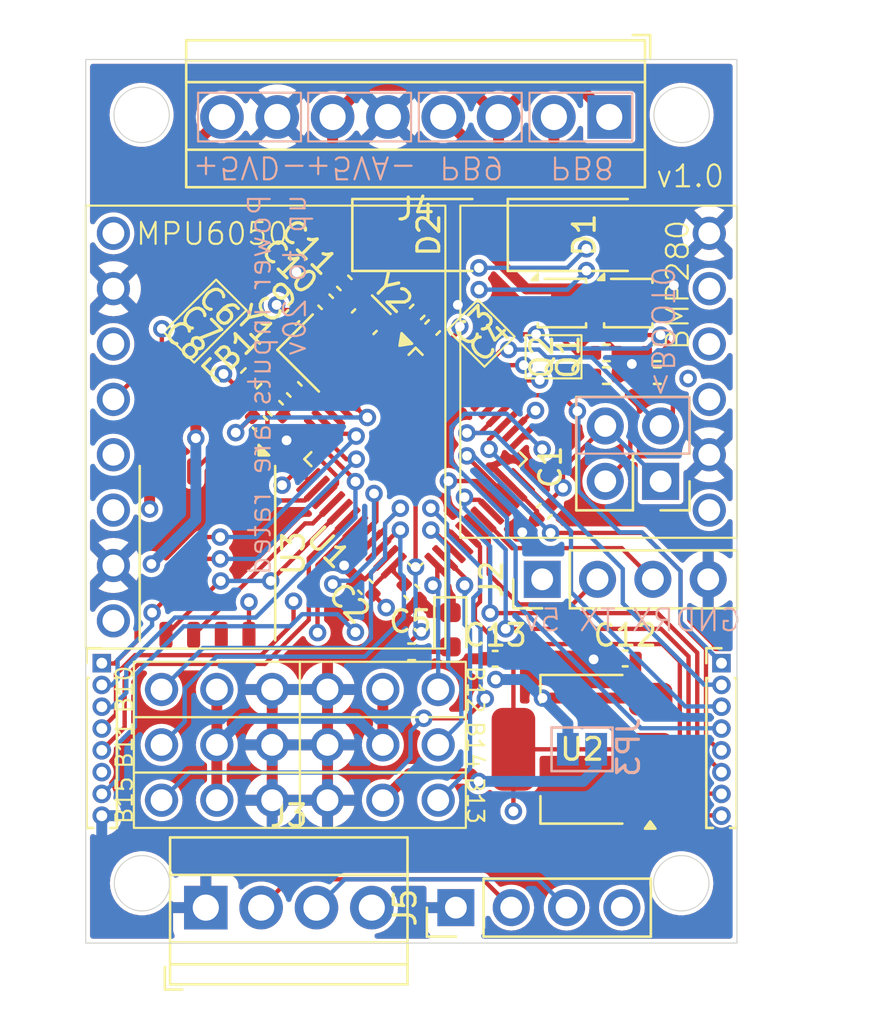
<source format=kicad_pcb>
(kicad_pcb (version 20240108) (generator "pcbnew") (generator_version "8.0")
  (layers (0 "F.Cu" signal) (1 "In1.Cu" signal) (2 "In2.Cu" signal) (31 "B.Cu" signal) (34 "B.Paste" user) (35 "F.Paste" user) (36 "B.SilkS" user "B.Silkscreen") (37 "F.SilkS" user "F.Silkscreen") (38 "B.Mask" user) (39 "F.Mask" user) (44 "Edge.Cuts" user))
  (net 0 "")
  (net 1 "PC15_OSC32_OUT")
  (net 2 "+3V3")
  (net 3 "+5VA")
  (net 4 "CH1_GND")
  (net 5 "PB6_SCL")
  (net 6 "PC14_OSC32_IN")
  (net 7 "PB0")
  (net 8 "PB10")
  (net 9 "+5VD")
  (net 10 "GND")
  (net 11 "PB11")
  (net 12 "+3.3VA")
  (net 13 "PA9_SYS_TX")
  (net 14 "PA10_SYS_RX")
  (net 15 "Net-(U1-NRST)")
  (net 16 "PB1")
  (net 17 "PB13")
  (net 18 "PB7_SDA")
  (net 19 "PB14")
  (net 20 "PD0_OSC_IN")
  (net 21 "PA7_MOSI")
  (net 22 "PB12")
  (net 23 "PA6_MISO")
  (net 25 "PB2_BOOT1")
  (net 26 "BOOT0")
  (net 27 "PA4_CS")
  (net 28 "PA5_SCK")
  (net 35 "PB15")
  (net 36 "PB8")
  (net 37 "PB9")
  (net 38 "Net-(D3-A)")
  (net 39 "Net-(U1-PC13)")
  (net 40 "PB3")
  (net 41 "PA2_USER_TX")
  (net 42 "PB5")
  (net 43 "PA11")
  (net 44 "PA0")
  (net 45 "PA15")
  (net 46 "PA1")
  (net 47 "PA13")
  (net 48 "PA14")
  (net 49 "PA12")
  (net 50 "PA3_USER_RX")
  (net 51 "PB4")
  (net 52 "PA8")
  (net 53 "CH2_GND")
  (footprint "Capacitor_SMD:C_0402_1005Metric" (layer "F.Cu") (at 97.705069 105.876113 135)
    (property "Reference" "C2")
    (property "Value" "100nF")
  )
  (footprint "Capacitor_SMD:C_0603_1608Metric" (layer "F.Cu") (at 92.456 96.3168 45)
    (property "Reference" "FB1")
    (property "Value" "FerriteBead")
  )
  (footprint "Capacitor_SMD:C_0402_1005Metric" (layer "F.Cu") (at 93.5736 97.6884 135)
    (property "Reference" "C7")
    (property "Value" "1uF")
  )
  (footprint "uwac-flight-computer:PWM" (layer "F.Cu") (at 88.341199 110.5916 90)
    (property "Reference" "PWM1" (hide yes))
    (property "Value" "Conn_01x03")
  )
  (footprint "Package_QFP:LQFP-48_7x7mm_P0.5mm" (layer "F.Cu") (at 100.004014 100.021268 -45)
    (property "Reference" "U1")
    (property "Value" "STM32F103C8Tx")
  )
  (footprint "Capacitor_SMD:C_0402_1005Metric" (layer "F.Cu") (at 100.076 93.2688 45)
    (property "Reference" "C3")
    (property "Value" "100nF")
  )
  (footprint "Crystal:Crystal_SMD_MicroCrystal_CM9V-T1A-2Pin_1.6x1.0mm" (layer "F.Cu") (at 97.651188 93.716847 -135)
    (property "Reference" "Y2")
    (property "Value" "32.768kHz")
  )
  (footprint "uwac-flight-computer:generic_bmp280_module" (layer "F.Cu") (at 113.4872 102.362 180)
    (property "Reference" "U4" (hide yes))
    (property "Value" "~")
  )
  (footprint "uwac-flight-computer:PWM" (layer "F.Cu") (at 101.0412 113.1316 -90)
    (property "Reference" "PWM4" (hide yes))
    (property "Value" "Conn_01x03")
  )
  (footprint "Resistor_SMD:R_0402_1005Metric" (layer "F.Cu") (at 108.7628 95.1484 180)
    (property "Reference" "R4" (hide yes))
    (property "Value" "10k")
  )
  (footprint "Capacitor_SMD:C_0402_1005Metric" (layer "F.Cu") (at 96.7352 91.938757 135)
    (property "Reference" "C11")
    (property "Value" "100nF")
  )
  (footprint "Diode_SMD:D_SMA" (layer "F.Cu") (at 107.7468 89.7382)
    (property "Reference" "D1")
    (property "Value" "M7")
  )
  (footprint "Resistor_SMD:R_0402_1005Metric" (layer "F.Cu") (at 108.7628 96.1898)
    (property "Reference" "R1" (hide yes))
    (property "Value" "10k")
  )
  (footprint "Capacitor_SMD:C_0402_1005Metric" (layer "F.Cu") (at 95.874935 92.802698 135)
    (property "Reference" "C10")
    (property "Value" "100nF")
  )
  (footprint "Resistor_SMD:R_0402_1005Metric" (layer "F.Cu") (at 111.0996 96.1898)
    (property "Reference" "R2" (hide yes))
    (property "Value" "10k")
  )
  (footprint "uwac-flight-computer:corrected_texas_DQK" (layer "F.Cu") (at 109.769 92.8624)
    (property "Reference" "Q1")
    (property "Value" "CSD15571Q2")
  )
  (footprint "Capacitor_SMD:C_0402_1005Metric" (layer "F.Cu") (at 94.328492 93.51928 -135)
    (property "Reference" "C9")
    (property "Value" "100nF")
  )
  (footprint "Capacitor_SMD:C_0402_1005Metric" (layer "F.Cu") (at 99.822 106.1212 -45)
    (property "Reference" "C5")
    (property "Value" "10uF")
  )
  (footprint "Capacitor_SMD:C_0402_1005Metric" (layer "F.Cu") (at 105.913023 102.409734 -135)
    (property "Reference" "C1")
    (property "Value" "100nF")
  )
  (footprint "uwac-flight-computer:PWM" (layer "F.Cu") (at 101.0412 110.5916 -90)
    (property "Reference" "PWM5" (hide yes))
    (property "Value" "Conn_01x03")
  )
  (footprint "Connector_PinHeader_1.00mm:PinHeader_1x08_P1.00mm_Vertical" (layer "F.Cu") (at 114.046 109.382801)
    (property "Reference" "J8" (hide yes))
    (property "Value" "Conn_01x08")
  )
  (footprint "Capacitor_SMD:C_0402_1005Metric" (layer "F.Cu") (at 100.7872 93.98 45)
    (property "Reference" "C4")
    (property "Value" "100nF")
  )
  (footprint "uwac-flight-computer:PWM" (layer "F.Cu") (at 101.0412 115.6716 -90)
    (property "Reference" "PWM3" (hide yes))
    (property "Value" "Conn_01x03")
  )
  (footprint "Package_LGA:LGA-8_8x6mm_P1.27mm" (layer "F.Cu") (at 90.4494 104.337501 -90)
    (property "Reference" "U3")
    (property "Value" "MKDV4GCL-ABA")
  )
  (footprint "uwac-flight-computer:PWM" (layer "F.Cu") (at 88.3412 113.1316 90)
    (property "Reference" "PWM2" (hide yes))
    (property "Value" "Conn_01x03")
  )
  (footprint "Capacitor_SMD:C_0402_1005Metric" (layer "F.Cu") (at 94.4372 96.8248 135)
    (property "Reference" "C6")
    (property "Value" "100nF")
  )
  (footprint "Capacitor_SMD:C_0402_1005Metric" (layer "F.Cu") (at 103.6574 109.182499)
    (property "Reference" "C13")
    (property "Value" "10uF")
  )
  (footprint "uwac-flight-computer:corrected_texas_DQK" (layer "F.Cu") (at 106.721 92.8624)
    (property "Reference" "Q2")
    (property "Value" "CSD15571Q2")
  )
  (footprint "uwac-flight-computer:generic_mpu6050_module" (layer "F.Cu") (at 86.1314 89.662)
    (property "Reference" "U5" (hide yes))
    (property "Value" "~")
  )
  (footprint "Resistor_SMD:R_0402_1005Metric" (layer "F.Cu") (at 99.822 108.8644 180)
    (property "Reference" "R5" (hide yes))
    (property "Value" "200R")
  )
  (footprint "Diode_SMD:D_SMA" (layer "F.Cu") (at 100.6094 89.7382)
    (property "Reference" "D2")
    (property "Value" "M7")
  )
  (footprint "uwac-flight-computer:PWM" (layer "F.Cu") (at 88.3412 115.671601 90)
    (property "Reference" "PWM6" (hide yes))
    (property "Value" "Conn_01x03")
  )
  (footprint "Connector_PinHeader_2.54mm:PinHeader_1x04_P2.54mm_Vertical" (layer "F.Cu") (at 101.854 120.5992 90)
    (property "Reference" "J5")
    (property "Value" "Conn_01x04")
  )
  (footprint "LED_SMD:LED_0603_1608Metric" (layer "F.Cu") (at 101.6 107.8484 -90)
    (property "Reference" "D3" (hide yes))
    (property "Value" "LED")
  )
  (footprint "Connector_PinHeader_2.54mm:PinHeader_2x02_P2.54mm_Vertical" (layer "F.Cu") (at 111.252 101.0412 180)
    (property "Reference" "J1" (hide yes))
    (property "Value" "Conn_02x02_Counter_Clockwise")
  )
  (footprint "Resistor_SMD:R_0402_1005Metric" (layer "F.Cu") (at 111.097601 95.1484)
    (property "Reference" "R3" (hide yes))
    (property "Value" "10k")
  )
  (footprint "Connector_PinHeader_2.54mm:PinHeader_1x04_P2.54mm_Vertical" (layer "F.Cu") (at 105.8164 105.537 90)
    (property "Reference" "J2")
    (property "Value" "Conn_01x04")
  )
  (footprint "Capacitor_SMD:C_0402_1005Metric" (layer "F.Cu") (at 92.8624 98.3996 -45)
    (property "Reference" "C8")
    (property "Value" "100nF")
  )
  (footprint "Capacitor_SMD:C_0402_1005Metric" (layer "F.Cu") (at 109.6264 109.1692 180)
    (property "Reference" "C12")
    (property "Value" "10uF")
  )
  (footprint "TerminalBlock:TerminalBlock_Xinya_XY308-2.54-4P_1x04_P2.54mm_Horizontal" (layer "F.Cu") (at 90.3732 120.5992)
    (property "Reference" "J3")
    (property "Value" "Conn_01x04")
  )
  (footprint "Crystal:Crystal_SMD_2016-4Pin_2.0x1.6mm" (layer "F.Cu") (at 95.424084 95.153687 -45)
    (property "Reference" "Y1")
    (property "Value" "8MHz")
  )
  (footprint "TerminalBlock:TerminalBlock_Xinya_XY308-2.54-8P_1x08_P2.54mm_Horizontal" (layer "F.Cu") (at 108.894014 84.3256 180)
    (property "Reference" "J4")
    (property "Value" "Conn_01x08")
  )
  (footprint "Package_TO_SOT_SMD:SOT-223-3_TabPin2" (layer "F.Cu") (at 107.6452 113.3348 180)
    (property "Reference" "U2")
    (property "Value" "NCP1117-3.3_SOT223")
  )
  (footprint "Connector_PinHeader_1.00mm:PinHeader_1x08_P1.00mm_Vertical" (layer "F.Cu") (at 85.598 109.382801)
    (property "Reference" "J7" (hide yes))
    (property "Value" "Conn_01x08")
  )
  (footprint "Jumper:SolderJumper-2_P1.3mm_Open_Pad1.0x1.5mm" (layer "B.Cu") (at 107.6452 113.3348)
    (property "Reference" "JP3")
    (property "Value" "Jumper_2_Small_Open")
  )
  (gr_rect (start 90.0176 83.2104) (end 94.742 85.4456) (stroke (width 0.1)) (fill none) (layer "B.SilkS"))
  (gr_rect (start 107.3912 97.1804) (end 112.5728 99.7712) (stroke (width 0.1)) (fill none) (layer "B.SilkS"))
  (gr_rect (start 100.1522 83.2104) (end 104.8766 85.4456) (stroke (width 0.1)) (fill none) (layer "B.SilkS"))
  (gr_rect (start 95.0722 83.2104) (end 99.7966 85.4456) (stroke (width 0.1)) (fill none) (layer "B.SilkS"))
  (gr_rect (start 105.2322 83.2104) (end 109.9566 85.4456) (stroke (width 0.1)) (fill none) (layer "B.SilkS"))
  (gr_poly (pts (xy 88.439628 94.192973) (xy 90.846336 91.786265) (xy 92.247256 93.187185) (xy 89.840548 95.593893)) (stroke (width 0.1)) (fill none) (layer "F.SilkS"))
  (gr_rect (start 105.0544 94.3356) (end 107.6198 96.3168) (stroke (width 0.1)) (fill none) (layer "F.SilkS"))
  (gr_poly (pts (xy 101.477577 94.094455) (xy 102.860537 92.711496) (xy 104.548825 94.399784) (xy 103.165865 95.782743)) (stroke (width 0.1)) (fill none) (layer "F.SilkS"))
  (gr_circle (center 87.443 119.4816) (end 88.713 119.4816) (stroke (width 0.05)) (fill none) (layer "Edge.Cuts"))
  (gr_circle (center 112.2172 84.2264) (end 113.4872 84.2264) (stroke (width 0.05)) (fill none) (layer "Edge.Cuts"))
  (gr_circle (center 87.4268 84.2264) (end 88.6968 84.2264) (stroke (width 0.05)) (fill none) (layer "Edge.Cuts"))
  (gr_circle (center 112.201 119.4816) (end 110.931 119.4816) (stroke (width 0.05)) (fill none) (layer "Edge.Cuts"))
  (gr_rect (start 84.8614 81.6864) (end 114.7572 122.2248) (stroke (width 0.05)) (fill none) (layer "Edge.Cuts"))
  (gr_text "TX" (at 108.3564 108.0008 0) (layer "B.SilkS") (effects (font (size 1 1) (thickness 0.1)) (justify bottom mirror)))
  (gr_text "PB9" (at 102.5652 86.0552 180) (layer "B.SilkS") (effects (font (size 1 1) (thickness 0.1)) (justify bottom mirror)))
  (gr_text "PB8" (at 107.6452 86.0552 180) (layer "B.SilkS") (effects (font (size 1 1) (thickness 0.1)) (justify bottom mirror)))
  (gr_text "Power inputs are rated\nup to 20v" (at 95.0468 87.7824 90) (layer "B.SilkS") (effects (font (size 1 1) (thickness 0.1)) (justify left bottom mirror)))
  (gr_text "<BOOT0" (at 110.744 97.282 -90) (layer "B.SilkS") (effects (font (size 1 1) (thickness 0.1)) (justify left bottom mirror)))
  (gr_text "+5VA-" (at 97.4852 86.0552 180) (layer "B.SilkS") (effects (font (size 1 1) (thickness 0.1)) (justify bottom mirror)))
  (gr_text "GND" (at 113.4364 108.0008 0) (layer "B.SilkS") (effects (font (size 1 1) (thickness 0.1)) (justify bottom mirror)))
  (gr_text "RX" (at 110.8964 108.0008 0) (layer "B.SilkS") (effects (font (size 1 1) (thickness 0.1)) (justify bottom mirror)))
  (gr_text "5v" (at 105.8164 108.0008 0) (layer "B.SilkS") (effects (font (size 1 1) (thickness 0.1)) (justify bottom mirror)))
  (gr_text "+5VD-" (at 92.4052 86.0552 180) (layer "B.SilkS") (effects (font (size 1 1) (thickness 0.1)) (justify bottom mirror)))
  (gr_text "B12" (at 102.3112 110.5916 -90) (layer "F.SilkS") (effects (font (size 0.75 0.75) (thickness 0.1)) (justify bottom)))
  (gr_text "B10" (at 87.0712 110.5916 90) (layer "F.SilkS") (effects (font (size 0.75 0.75) (thickness 0.1)) (justify bottom)))
  (gr_text "v1.0" (at 110.9726 87.63 0) (layer "F.SilkS") (effects (font (size 1 1) (thickness 0.1)) (justify left bottom)))
  (gr_text "\nB15" (at 87.0712 115.6716 90) (layer "F.SilkS") (effects (font (size 0.75 0.75) (thickness 0.1)) (justify bottom)))
  (gr_text "B13" (at 102.3112 115.6716 -90) (layer "F.SilkS") (effects (font (size 0.75 0.75) (thickness 0.1)) (justify bottom)))
  (gr_text "B11" (at 87.0712 113.1316 90) (layer "F.SilkS") (effects (font (size 0.75 0.75) (thickness 0.1)) (justify bottom)))
  (gr_text "B14" (at 102.3112 113.1316 -90) (layer "F.SilkS") (effects (font (size 0.75 0.75) (thickness 0.1)) (justify bottom)))
  (segment (start 97.226922 94.141111) (end 96.227923 93.14211) (width 0.2) (layer "F.Cu") (net 1))
  (segment (start 96.227923 93.14211) (end 96.214346 93.142109) (width 0.2) (layer "F.Cu") (net 1))
  (segment (start 97.226922 94.141111) (end 97.226923 95.47641) (width 0.2) (layer "F.Cu") (net 1))
  (segment (start 97.226923 95.47641) (end 97.944566 96.194053) (width 0.2) (layer "F.Cu") (net 1))
  (segment (start 99.736589 93.67923) (end 99.736589 94.40203) (width 0.2) (layer "F.Cu") (net 2))
  (segment (start 106.040382 102.070323) (end 105.942156 102.070323) (width 0.2) (layer "F.Cu") (net 2))
  (segment (start 105.942156 102.070323) (end 104.891889 101.020058) (width 0.2) (layer "F.Cu") (net 2))
  (segment (start 101.002802 95.133392) (end 101.002803 95.133393) (width 0.2) (layer "F.Cu") (net 2))
  (segment (start 102.035268 93.94078) (end 102.035268 94.100926) (width 0.2) (layer "F.Cu") (net 2))
  (segment (start 99.682564 93.625205) (end 99.682564 93.586564) (width 0.2) (layer "F.Cu") (net 2))
  (segment (start 92.3544 108.087501) (end 92.3544 106.5784) (width 0.2) (layer "F.Cu") (net 2))
  (segment (start 93.859354 93.179869) (end 93.6244 92.944915) (width 0.2) (layer "F.Cu") (net 2))
  (segment (start 106.773152 100.440048) (end 108.712 98.5012) (width 0.2) (layer "F.Cu") (net 2))
  (segment (start 104.495201 109.5403) (end 104.495201 113.3348) (width 0.2) (layer "F.Cu") (net 2))
  (segment (start 98.04448 105.86989) (end 99.005226 104.909144) (width 0.2) (layer "F.Cu") (net 2))
  (segment (start 101.002802 94.874424) (end 101.002802 95.133392) (width 0.2) (layer "F.Cu") (net 2))
  (segment (start 99.736589 94.40203) (end 99.005225 95.133394) (width 0.2) (layer "F.Cu") (net 2))
  (segment (start 94.667903 93.179869) (end 93.859354 93.179869) (width 0.2) (layer "F.Cu") (net 2))
  (segment (start 91.907992 96.864808) (end 91.907992 96.835592) (width 0.2) (layer "F.Cu") (net 2))
  (segment (start 99.005226 104.909144) (end 99.005226 105.202826) (width 0.2) (layer "F.Cu") (net 2))
  (segment (start 98.6536 106.8324) (end 98.04448 106.22328) (width 0.2) (layer "F.Cu") (net 2))
  (segment (start 110.795199 113.3348) (end 104.495201 113.3348) (width 0.2) (layer "F.Cu") (net 2))
  (segment (start 99.005226 105.202826) (end 99.533389 105.730989) (width 0.2) (layer "F.Cu") (net 2))
  (segment (start 104.495201 116.179201) (end 104.4956 116.1796) (width 0.2) (layer "F.Cu") (net 2))
  (segment (start 104.495201 113.3348) (end 104.1374 112.976999) (width 0.2) (layer "F.Cu") (net 2))
  (segment (start 106.773152 101.337553) (end 106.773152 100.440048) (width 0.2) (layer "F.Cu") (net 2))
  (segment (start 99.682564 93.625205) (end 99.736589 93.67923) (width 0.2) (layer "F.Cu") (net 2))
  (segment (start 98.04448 106.22328) (end 98.04448 105.86989) (width 0.2) (layer "F.Cu") (net 2))
  (segment (start 104.495201 113.3348) (end 104.495201 116.179201) (width 0.2) (layer "F.Cu") (net 2))
  (segment (start 94.667903 93.179869) (end 94.667903 93.619689) (width 0.2) (layer "F.Cu") (net 2))
  (segment (start 99.682564 93.625205) (end 99.753583 93.625205) (width 0.2) (layer "F.Cu") (net 2))
  (segment (start 106.773152 101.337553) (end 106.040382 102.070323) (width 0.2) (layer "F.Cu") (net 2))
  (segment (start 99.753583 93.625205) (end 101.002802 94.874424) (width 0.2) (layer "F.Cu") (net 2))
  (segment (start 102.035268 94.100926) (end 101.002802 95.133392) (width 0.2) (layer "F.Cu") (net 2))
  (segment (start 94.667903 93.619689) (end 95.318018 94.269804) (width 0.2) (layer "F.Cu") (net 2))
  (segment (start 91.907992 96.835592) (end 91.186 96.1136) (width 0.2) (layer "F.Cu") (net 2))
  (segment (start 104.1374 109.182499) (end 104.495201 109.5403) (width 0.2) (layer "F.Cu") (net 2))
  (via (at 102.035268 93.94078) (size 0.8) (drill 0.45) (layers "F.Cu" "B.Cu") (net 2))
  (via (at 98.6536 106.8324) (size 0.8) (drill 0.45) (layers "F.Cu" "B.Cu") (net 2))
  (via (at 93.6244 92.944915) (size 0.8) (drill 0.45) (layers "F.Cu" "B.Cu") (net 2))
  (via (at 92.3544 106.5784) (size 0.8) (drill 0.45) (layers "F.Cu" "B.Cu") (net 2))
  (via (at 106.773152 101.337553) (size 0.8) (drill 0.45) (layers "F.Cu" "B.Cu") (net 2))
  (via (at 104.4956 116.1796) (size 0.8) (drill 0.45) (layers "F.Cu" "B.Cu") (net 2))
  (via (at 91.186 96.1136) (size 0.8) (drill 0.45) (layers "F.Cu" "B.Cu") (net 2))
  (segment (start 108.712 98.5012) (end 111.252 101.0412) (width 0.2) (layer "B.Cu") (net 2))
  (segment (start 103.814014 84.3256) (end 105.264014 82.8756) (width 0.5) (layer "F.Cu") (net 3))
  (segment (start 98.5012 113.1316) (end 98.5012 110.5916) (width 0.5) (layer "F.Cu") (net 3))
  (segment (start 105.264014 82.8756) (end 107.444014 82.8756) (width 0.5) (layer "F.Cu") (net 3))
  (segment (start 90.881199 115.6716) (end 90.8812 115.671601) (width 0.5) (layer "F.Cu") (net 3))
  (segment (start 102.364014 82.8756) (end 97.644014 82.8756) (width 0.5) (layer "F.Cu") (net 3))
  (segment (start 107.444014 82.8756) (end 108.894014 84.3256) (width 0.5) (layer "F.Cu") (net 3))
  (segment (start 89.916 94.3864) (end 89.916 99.06) (width 0.5) (layer "F.Cu") (net 3))
  (segment (start 103.814014 87.805414) (end 105.7468 89.7382) (width 0.5) (layer "F.Cu") (net 3))
  (segment (start 103.814014 84.3256) (end 103.814014 87.805414) (width 0.5) (layer "F.Cu") (net 3))
  (segment (start 102.895699 114.807051) (end 102.548248 114.4596) (width 0.5) (layer "F.Cu") (net 3))
  (segment (start 96.194014 84.3256) (end 96.194014 87.322814) (width 0.5) (layer "F.Cu") (net 3))
  (segment (start 99.7132 114.4596) (end 98.5012 115.6716) (width 0.5) (layer "F.Cu") (net 3))
  (segment (start 90.881199 110.5916) (end 90.881199 115.6716) (width 0.5) (layer "F.Cu") (net 3))
  (segment (start 97.644014 82.8756) (end 96.194014 84.3256) (width 0.5) (layer "F.Cu") (net 3))
  (segment (start 98.6094 89.7382) (end 94.5642 89.7382) (width 0.5) (layer "F.Cu") (net 3))
  (segment (start 102.548248 114.4596) (end 99.7132 114.4596) (width 0.5) (layer "F.Cu") (net 3))
  (segment (start 96.194014 87.322814) (end 98.6094 89.7382) (width 0.5) (layer "F.Cu") (net 3))
  (segment (start 94.5642 89.7382) (end 89.916 94.3864) (width 0.5) (layer "F.Cu") (net 3))
  (segment (start 103.814014 84.3256) (end 102.364014 82.8756) (width 0.5) (layer "F.Cu") (net 3))
  (via (at 102.895699 114.807051) (size 0.8) (drill 0.45) (layers "F.Cu" "B.Cu") (net 3))
  (via (at 87.876043 104.834407) (size 0.8) (drill 0.45) (layers "F.Cu" "B.Cu") (net 3))
  (via (at 89.916 99.06) (size 0.8) (drill 0.45) (layers "F.Cu" "B.Cu") (net 3))
  (segment (start 102.895699 114.807051) (end 104.664169 114.807051) (width 0.5) (layer "B.Cu") (net 3))
  (segment (start 90.8812 113.1316) (end 92.0932 111.9196) (width 0.5) (layer "B.Cu") (net 3))
  (segment (start 107.696 114.808) (end 108.2952 114.2088) (width 0.5) (layer "B.Cu") (net 3))
  (segment (start 89.916 99.06) (end 89.916 102.79445) (width 0.5) (layer "B.Cu") (net 3))
  (segment (start 97.2892 111.9196) (end 98.5012 113.1316) (width 0.5) (layer "B.Cu") (net 3))
  (segment (start 104.664169 114.807051) (end 104.665118 114.808) (width 0.5) (layer "B.Cu") (net 3))
  (segment (start 108.2952 114.2088) (end 108.2952 113.3348) (width 0.5) (layer "B.Cu") (net 3))
  (segment (start 104.665118 114.808) (end 107.696 114.808) (width 0.5) (layer "B.Cu") (net 3))
  (segment (start 92.0932 111.9196) (end 97.2892 111.9196) (width 0.5) (layer "B.Cu") (net 3))
  (segment (start 89.916 102.79445) (end 87.876043 104.834407) (width 0.5) (layer "B.Cu") (net 3))
  (segment (start 109.7468 89.7382) (end 109.7468 89.0204) (width 0.5) (layer "F.Cu") (net 4))
  (segment (start 108.794 92.2124) (end 110.744 92.2124) (width 0.5) (layer "F.Cu") (net 4))
  (segment (start 106.354014 85.627614) (end 106.354014 84.3256) (width 0.5) (layer "F.Cu") (net 4))
  (segment (start 109.7468 89.0204) (end 106.354014 85.627614) (width 0.5) (layer "F.Cu") (net 4))
  (segment (start 108.794 92.8624) (end 110.744 92.8624) (width 0.5) (layer "F.Cu") (net 4))
  (segment (start 109.769 92.5374) (end 109.769 89.7604) (width 0.5) (layer "F.Cu") (net 4))
  (segment (start 109.769 89.7604) (end 109.7468 89.7382) (width 0.2) (layer "F.Cu") (net 4))
  (segment (start 105.703827 96.39) (end 105.682272 96.411555) (width 0.2) (layer "F.Cu") (net 5))
  (segment (start 103.967281 96.411555) (end 103.124123 97.254713) (width 0.2) (layer "F.Cu") (net 5))
  (segment (start 105.682272 96.411555) (end 103.967281 96.411555) (width 0.2) (layer "F.Cu") (net 5))
  (via (at 105.703827 96.39) (size 0.8) (drill 0.45) (layers "F.Cu" "B.Cu") (net 5))
  (via (at 102.921497 92.244915) (size 0.8) (drill 0.45) (layers "F.Cu" "B.Cu") (net 5))
  (via (at 107.8484 91.373203) (size 0.8) (drill 0.45) (layers "F.Cu" "B.Cu") (net 5))
  (segment (start 106.976688 92.244915) (end 107.8484 91.373203) (width 0.2) (layer "B.Cu") (net 5))
  (segment (start 102.921497 92.244915) (end 106.976688 92.244915) (width 0.2) (layer "B.Cu") (net 5))
  (segment (start 97.074612 92.278166) (end 98.075451 93.279005) (width 0.2) (layer "F.Cu") (net 6))
  (segment (start 98.287583 94.373607) (end 98.287584 93.504715) (width 0.2) (layer "F.Cu") (net 6))
  (segment (start 98.287584 93.504715) (end 97.877886 93.095016) (width 0.2) (layer "F.Cu") (net 6))
  (segment (start 98.075451 93.279005) (end 98.075452 93.292581) (width 0.2) (layer "F.Cu") (net 6))
  (segment (start 98.298118 95.8405) (end 97.687108 95.229489) (width 0.2) (layer "F.Cu") (net 6))
  (segment (start 97.687108 94.974082) (end 98.287583 94.373607) (width 0.2) (layer "F.Cu") (net 6))
  (segment (start 97.687108 95.229489) (end 97.687108 94.974082) (width 0.2) (layer "F.Cu") (net 6))
  (segment (start 95.101661 104.570067) (end 95.101661 107.398619) (width 0.2) (layer "F.Cu") (net 7))
  (segment (start 95.101661 107.398619) (end 93.08348 109.4168) (width 0.2) (layer "F.Cu") (net 7))
  (segment (start 86.648 110.063372) (end 86.648 112.332801) (width 0.2) (layer "F.Cu") (net 7))
  (segment (start 93.08348 109.4168) (end 87.294572 109.4168) (width 0.2) (layer "F.Cu") (net 7))
  (segment (start 85.764726 113.3978) (end 85.598 113.3978) (width 0.2) (layer "F.Cu") (net 7))
  (segment (start 86.648 112.332801) (end 85.598 113.382801) (width 0.2) (layer "F.Cu") (net 7))
  (segment (start 87.294572 109.4168) (end 86.648 110.063372) (width 0.2) (layer "F.Cu") (net 7))
  (segment (start 96.883905 102.787823) (end 95.101661 104.570067) (width 0.2) (layer "F.Cu") (net 7))
  (segment (start 97.944565 103.848483) (end 98.60613 103.186918) (width 0.2) (layer "F.Cu") (net 8))
  (segment (start 98.60613 102.974072) (end 99.303805 102.276397) (width 0.2) (layer "F.Cu") (net 8))
  (segment (start 98.60613 103.186918) (end 98.60613 102.974072) (width 0.2) (layer "F.Cu") (net 8))
  (via (at 99.303805 102.276397) (size 0.8) (drill 0.45) (layers "F.Cu" "B.Cu") (net 8))
  (segment (start 98.603805 104.577031) (end 97.9536 105.227236) (width 0.2) (layer "B.Cu") (net 8))
  (segment (start 99.303805 102.276397) (end 98.603805 102.976397) (width 0.2) (layer "B.Cu") (net 8))
  (segment (start 97.508926 108.684624) (end 90.248175 108.684624) (width 0.2) (layer "B.Cu") (net 8))
  (segment (start 98.603805 102.976397) (end 98.603805 104.577031) (width 0.2) (layer "B.Cu") (net 8))
  (segment (start 90.248175 108.684624) (end 88.341199 110.5916) (width 0.2) (layer "B.Cu") (net 8))
  (segment (start 97.9536 108.23995) (end 97.508926 108.684624) (width 0.2) (layer "B.Cu") (net 8))
  (segment (start 97.9536 105.227236) (end 97.9536 108.23995) (width 0.2) (layer "B.Cu") (net 8))
  (segment (start 87.7944 102.3112) (end 87.7944 96.396818) (width 0.5) (layer "F.Cu") (net 9))
  (segment (start 89.2048 94.986418) (end 89.2048 86.234814) (width 0.5) (layer "F.Cu") (net 9))
  (segment (start 105.8296 110.9848) (end 110.2372 110.9848) (width 0.5) (layer "F.Cu") (net 9))
  (segment (start 110.2872 111.0348) (end 110.1116 110.8592) (width 0.5) (layer "F.Cu") (net 9))
  (segment (start 89.2048 86.234814) (end 91.114014 84.3256) (width 0.5) (layer "F.Cu") (net 9))
  (segment (start 87.7944 96.396818) (end 89.2048 94.986418) (width 0.5) (layer "F.Cu") (net 9))
  (segment (start 110.2372 110.9848) (end 110.2872 111.0348) (width 0.5) (layer "F.Cu") (net 9))
  (segment (start 105.8032 110.9848) (end 105.8296 110.9848) (width 0.5) (layer "F.Cu") (net 9))
  (segment (start 110.1116 110.8592) (end 110.1116 109.182499) (width 0.5) (layer "F.Cu") (net 9))
  (via (at 103.6828 110.1344) (size 0.8) (drill 0.45) (layers "F.Cu" "B.Cu") (net 9))
  (via (at 87.7944 102.3112) (size 0.8) (drill 0.45) (layers "F.Cu" "B.Cu") (net 9))
  (via (at 105.8296 110.9848) (size 0.8) (drill 0.45) (layers "F.Cu" "B.Cu") (net 9))
  (segment (start 103.6828 110.1344) (end 104.9792 110.1344) (width 0.5) (layer "B.Cu") (net 9))
  (segment (start 104.9792 110.1344) (end 105.8296 110.9848) (width 0.5) (layer "B.Cu") (net 9))
  (segment (start 106.9952 113.3348) (end 106.9952 112.1504) (width 0.5) (layer "B.Cu") (net 9))
  (segment (start 106.9952 112.1504) (end 105.8296 110.9848) (width 0.5) (layer "B.Cu") (net 9))
  (segment (start 101.206551 93.682764) (end 101.9444 92.944915) (width 0.2) (layer "F.Cu") (net 10))
  (segment (start 97.670562 105.536701) (end 98.651673 104.555591) (width 0.2) (layer "F.Cu") (net 10))
  (segment (start 104.944757 103.378) (end 105.573612 102.749145) (width 0.2) (layer "F.Cu") (net 10))
  (segment (start 109.272799 96.169401) (end 109.2524 96.1898) (width 0.2) (layer "F.Cu") (net 10))
  (segment (start 96.395789 91.603022) (end 95.535524 92.463287) (width 0.2) (layer "F.Cu") (net 10))
  (segment (start 93.201811 98.739011) (end 93.201811 97.379637) (width 0.2) (layer "F.Cu") (net 10))
  (segment (start 94.540198 96.04298) (end 94.540198 96.03757) (width 0.2) (layer "F.Cu") (net 10))
  (segment (start 108.217749 109.1692) (end 108.178149 109.2088) (width 0.2) (layer "F.Cu") (net 10))
  (segment (start 104.538337 101.37361) (end 105.573612 102.408885) (width 0.2) (layer "F.Cu") (net 10))
  (segment (start 93.6244 95.121772) (end 93.6244 94.223372) (width 0.2) (layer "F.Cu") (net 10))
  (segment (start 104.538336 101.37361) (end 104.52321 101.37361) (width 0.2) (layer "F.Cu") (net 10))
  (segment (start 94.0816 99.1616) (end 93.659011 98.739011) (width 0.2) (layer "F.Cu") (net 10))
  (segment (start 94.097789 96.485389) (end 94.540198 96.04298) (width 0.2) (layer "F.Cu") (net 10))
  (segment (start 95.535524 92.463287) (end 95.535524 92.436724) (width 0.2) (layer "F.Cu") (net 10))
  (segment (start 104.52321 101.37361) (end 103.6828 100.5332) (width 0.2) (layer "F.Cu") (net 10))
  (segment (start 95.535524 92.436724) (end 94.5388 91.44) (width 0.2) (layer "F.Cu") (net 10))
  (segment (start 96.395789 91.599346) (end 96.395789 91.603022) (width 0.2) (layer "F.Cu") (net 10))
  (segment (start 106.816 93.5124) (end 107.696 93.5124) (width 0.2) (layer "F.Cu") (net 10))
  (segment (start 110.968999 93.5124) (end 111.8616 92.619799) (width 0.2) (layer "F.Cu") (net 10))
  (segment (start 105.573612 102.408885) (end 105.573612 102.749145) (width 0.2) (layer "F.Cu") (net 10))
  (segment (start 111.8616 92.619799) (end 111.8616 92.0496) (width 0.2) (layer "F.Cu") (net 10))
  (segment (start 97.357901 105.536701) (end 97.670562 105.536701) (width 0.2) (layer "F.Cu") (net 10))
  (segment (start 94.540198 96.03757) (end 93.6244 95.121772) (width 0.2) (layer "F.Cu") (net 10))
  (segment (start 104.902 103.378) (end 104.944757 103.378) (width 0.2) (layer "F.Cu") (net 10))
  (segment (start 96.7232 104.902) (end 97.357901 105.536701) (width 0.2) (layer "F.Cu") (net 10))
  (segment (start 109.272799 95.089199) (end 109.272799 95.1484) (width 0.2) (layer "F.Cu") (net 10))
  (segment (start 95.53015 96.03757) (end 95.53015 96.608064) (width 0.2) (layer "F.Cu") (net 10))
  (segment (start 102.596915 92.944915) (end 103.0224 93.3704) (width 0.2) (layer "F.Cu") (net 10))
  (segment (start 110.744 93.5124) (end 110.968999 93.5124) (width 0.2) (layer "F.Cu") (net 10))
  (segment (start 107.696 93.5124) (end 109.272799 95.089199) (width 0.2) (layer "F.Cu") (net 10))
  (segment (start 109.1464 109.1692) (end 108.217749 109.1692) (width 0.2) (layer "F.Cu") (net 10))
  (segment (start 110.742 96.184799) (end 110.747001 96.1898) (width 0.2) (layer "F.Cu") (net 10))
  (segment (start 93.6244 94.223372) (end 93.989081 93.858691) (width 0.2) (layer "F.Cu") (net 10))
  (segment (start 101.097767 93.682764) (end 101.206551 93.682764) (width 0.2) (layer "F.Cu") (net 10))
  (segment (start 103.0224 93.943598) (end 103.0224 93.3704) (width 0.2) (layer "F.Cu") (net 10))
  (segment (start 95.53015 96.608064) (end 96.530352 97.608266) (width 0.2) (layer "F.Cu") (net 10))
  (segment (start 101.9444 92.944915) (end 102.596915 92.944915) (width 0.2) (layer "F.Cu") (net 10))
  (segment (start 102.202522 94.64078) (end 102.325218 94.64078) (width 0.2) (layer "F.Cu") (net 10))
  (segment (start 101.356356 95.486946) (end 102.202522 94.64078) (width 0.2) (layer "F.Cu") (net 10))
  (segment (start 93.659011 98.739011) (end 93.201811 98.739011) (width 0.2) (layer "F.Cu") (net 10))
  (segment (start 102.325218 94.64078) (end 103.0224 93.943598) (width 0.2) (layer "F.Cu") (net 10))
  (segment (start 95.53015 96.03757) (end 94.540198 96.03757) (width 0.2) (layer "F.Cu") (net 10))
  (segment (start 93.201811 97.379637) (end 93.378423 97.203025) (width 0.2) (layer "F.Cu") (net 10))
  (segment (start 109.864 93.5124) (end 110.744 93.5124) (width 0.2) (layer "F.Cu") (net 10))
  (via (at 108.178149 109.2088) (size 0.8) (drill 0.45) (layers "F.Cu" "B.Cu") (net 10))
  (via (at 96.7232 104.902) (size 0.8) (drill 0.45) (layers "F.Cu" "B.Cu") (net 10))
  (via (at 111.8616 92.0496) (size 0.8) (drill 0.45) (layers "F.Cu" "B.Cu") (net 10))
  (via (at 94.5388 91.44) (size 0.8) (drill 0.45) (layers "F.Cu" "B.Cu") (net 10))
  (via (at 94.0816 99.1616) (size 0.8) (drill 0.45) (layers "F.Cu" "B.Cu") (net 10))
  (via (at 109.9312 95.6564) (size 0.8) (drill 0.45) (layers "F.Cu" "B.Cu") (net 10))
  (via (at 104.902 103.378) (size 0.8) (drill 0.45) (layers "F.Cu" "B.Cu") (net 10))
  (via (at 101.9444 92.944915) (size 0.8) (drill 0.45) (layers "F.Cu" "B.Cu") (net 10))
  (segment (start 98.298119 104.202037) (end 99.223756 103.2764) (width 0.2) (layer "F.Cu") (net 11))
  (segment (start 99.223756 103.2764) (end 99.303805 103.2764) (width 0.2) (layer "F.Cu") (net 11))
  (via (at 99.303805 103.2764) (size 0.8) (drill 0.45) (layers "F.Cu" "B.Cu") (net 11))
  (segment (start 99.303805 105.261176) (end 99.4664 105.423771) (width 0.2) (layer "B.Cu") (net 11))
  (segment (start 99.4664 105.423771) (end 99.4664 107.292836) (width 0.2) (layer "B.Cu") (net 11))
  (segment (start 99.4664 107.292836) (end 97.674612 109.084624) (width 0.2) (layer "B.Cu") (net 11))
  (segment (start 90.864176 109.084624) (end 89.403199 110.545601) (width 0.2) (layer "B.Cu") (net 11))
  (segment (start 89.403199 112.069601) (end 88.3412 113.1316) (width 0.2) (layer "B.Cu") (net 11))
  (segment (start 97.674612 109.084624) (end 90.864176 109.084624) (width 0.2) (layer "B.Cu") (net 11))
  (segment (start 89.403199 110.545601) (end 89.403199 112.069601) (width 0.2) (layer "B.Cu") (net 11))
  (segment (start 99.303805 103.2764) (end 99.303805 105.261176) (width 0.2) (layer "B.Cu") (net 11))
  (segment (start 94.725811 97.215011) (end 93.963811 97.977011) (width 0.2) (layer "F.Cu") (net 12))
  (segment (start 93.913941 97.164211) (end 93.004008 96.254278) (width 0.2) (layer "F.Cu") (net 12))
  (segment (start 93.004008 96.254278) (end 93.004008 95.768792) (width 0.2) (layer "F.Cu") (net 12))
  (segment (start 94.776611 97.164211) (end 95.37919 97.164211) (width 0.2) (layer "F.Cu") (net 12))
  (segment (start 94.776611 97.164211) (end 93.913941 97.164211) (width 0.2) (layer "F.Cu") (net 12))
  (segment (start 95.37919 97.164211) (end 96.176799 97.96182) (width 0.2) (layer "F.Cu") (net 12))
  (segment (start 103.361424 105.291824) (end 103.361424 103.732232) (width 0.2) (layer "F.Cu") (net 13))
  (segment (start 103.361424 103.732232) (end 102.770569 103.141377) (width 0.2) (layer "F.Cu") (net 13))
  (segment (start 107.2064 106.687) (end 104.7566 106.687) (width 0.2) (layer "F.Cu") (net 13))
  (segment (start 108.3564 105.537) (end 107.2064 106.687) (width 0.2) (layer "F.Cu") (net 13))
  (segment (start 104.7566 106.687) (end 103.361424 105.291824) (width 0.2) (layer "F.Cu") (net 13))
  (segment (start 103.124123 102.787823) (end 104.443894 104.107594) (width 0.2) (layer "F.Cu") (net 14))
  (segment (start 104.443894 104.107594) (end 109.466994 104.107594) (width 0.2) (layer "F.Cu") (net 14))
  (segment (start 109.466994 104.107594) (end 110.8964 105.537) (width 0.2) (layer "F.Cu") (net 14))
  (segment (start 91.7448 98.806) (end 91.775447 98.806) (width 0.2) (layer "F.Cu") (net 15))
  (segment (start 97.739443 98.110251) (end 96.883905 97.254713) (width 0.2) (layer "F.Cu") (net 15))
  (segment (start 91.775447 98.806) (end 92.660003 97.921444) (width 0.2) (layer "F.Cu") (net 15))
  (segment (start 97.791239 98.110251) (end 97.739443 98.110251) (width 0.2) (layer "F.Cu") (net 15))
  (via (at 91.7448 98.806) (size 0.8) (drill 0.45) (layers "F.Cu" "B.Cu") (net 15))
  (via (at 97.791239 98.110251) (size 0.8) (drill 0.45) (layers "F.Cu" "B.Cu") (net 15))
  (segment (start 92.440549 98.110251) (end 97.791239 98.110251) (width 0.2) (layer "B.Cu") (net 15))
  (segment (start 91.7448 98.806) (end 92.440549 98.110251) (width 0.2) (layer "B.Cu") (net 15))
  (segment (start 95.501661 104.877175) (end 97.237459 103.141377) (width 0.2) (layer "F.Cu") (net 16))
  (segment (start 95.505606 107.984624) (end 95.501661 107.980679) (width 0.2) (layer "F.Cu") (net 16))
  (segment (start 95.501661 107.980679) (end 95.501661 104.877175) (width 0.2) (layer "F.Cu") (net 16))
  (segment (start 85.598 114.3978) (end 85.623305 114.3978) (width 0.2) (layer "F.Cu") (net 16))
  (via (at 95.505606 107.984624) (size 0.8) (drill 0.45) (layers "F.Cu" "B.Cu") (net 16))
  (segment (start 102.253725 105.452959) (end 101.356356 104.55559) (width 0.2) (layer "F.Cu") (net 17))
  (segment (start 102.253725 105.809725) (end 102.253725 105.452959) (width 0.2) (layer "F.Cu") (net 17))
  (via (at 102.253725 105.809725) (size 0.8) (drill 0.45) (layers "F.Cu" "B.Cu") (net 17))
  (segment (start 102.253725 106.233989) (end 102.253725 107.607686) (width 0.2) (layer "B.Cu") (net 17))
  (segment (start 102.253725 107.607686) (end 102.5032 107.857161) (width 0.2) (layer "B.Cu") (net 17))
  (segment (start 102.253725 105.809725) (end 102.465857 106.021857) (width 0.2) (layer "B.Cu") (net 17))
  (segment (start 102.5032 107.857161) (end 102.5032 114.2096) (width 0.2) (layer "B.Cu") (net 17))
  (segment (start 102.5032 114.2096) (end 101.0412 115.6716) (width 0.2) (layer "B.Cu") (net 17))
  (segment (start 102.465857 106.021857) (end 102.253725 106.233989) (width 0.2) (layer "B.Cu") (net 17))
  (segment (start 102.770569 96.901159) (end 103.960173 95.711555) (width 0.2) (layer "F.Cu") (net 18))
  (segment (start 88.3548 95.0586) (end 86.1314 97.282) (width 0.2) (layer "F.Cu") (net 18))
  (segment (start 88.3548 94.042) (end 88.3548 95.0586) (width 0.2) (layer "F.Cu") (net 18))
  (segment (start 103.960173 95.711555) (end 104.969177 95.711555) (width 0.2) (layer "F.Cu") (net 18))
  (via (at 112.514798 96.323355) (size 0.8) (drill 0.45) (layers "F.Cu" "B.Cu") (net 18))
  (via (at 104.969177 95.711555) (size 0.8) (drill 0.45) (layers "F.Cu" "B.Cu") (net 18))
  (via (at 102.914059 91.244941) (size 0.8) (drill 0.45) (layers "F.Cu" "B.Cu") (net 18))
  (via (at 88.3548 94.042) (size 0.8) (drill 0.45) (layers "F.Cu" "B.Cu") (net 18))
  (via (at 107.8484 90.3732) (size 0.8) (drill 0.45) (layers "F.Cu" "B.Cu") (net 18))
  (segment (start 102.914059 91.244941) (end 106.976659 91.244941) (width 0.2) (layer "B.Cu") (net 18))
  (segment (start 106.976659 91.244941) (end 107.8484 90.3732) (width 0.2) (layer "B.Cu") (net 18))
  (segment (start 100.703805 103.2764) (end 100.784272 103.2764) (width 0.2) (layer "F.Cu") (net 19))
  (segment (start 100.784272 103.2764) (end 101.709909 104.202037) (width 0.2) (layer "F.Cu") (net 19))
  (via (at 100.703805 103.2764) (size 0.8) (drill 0.45) (layers "F.Cu" "B.Cu") (net 19))
  (segment (start 101.499819 104.069232) (end 101.499819 109.548324) (width 0.2) (layer "B.Cu") (net 19))
  (segment (start 101.499819 109.548324) (end 102.1032 110.151705) (width 0.2) (layer "B.Cu") (net 19))
  (segment (start 102.1032 110.151705) (end 102.1032 112.0696) (width 0.2) (layer "B.Cu") (net 19))
  (segment (start 101.044418 103.617013) (end 101.0476 103.617013) (width 0.2) (layer "B.Cu") (net 19))
  (segment (start 101.0476 103.617013) (end 101.499819 104.069232) (width 0.2) (layer "B.Cu") (net 19))
  (segment (start 100.703805 103.2764) (end 101.044418 103.617013) (width 0.2) (layer "B.Cu") (net 19))
  (segment (start 102.1032 112.0696) (end 101.0412 113.1316) (width 0.2) (layer "B.Cu") (net 19))
  (segment (start 96.307967 95.264561) (end 96.307968 95.259754) (width 0.2) (layer "F.Cu") (net 20))
  (segment (start 97.591012 96.547606) (end 96.307967 95.264561) (width 0.2) (layer "F.Cu") (net 20))
  (segment (start 91.059 105.6132) (end 90.9066 105.7656) (width 0.2) (layer "F.Cu") (net 21))
  (segment (start 90.9066 105.7656) (end 90.866301 105.7656) (width 0.2) (layer "F.Cu") (net 21))
  (segment (start 90.866301 105.7656) (end 88.5444 108.087501) (width 0.2) (layer "F.Cu") (net 21))
  (segment (start 93.3544 105.610222) (end 96.530352 102.43427) (width 0.2) (layer "F.Cu") (net 21))
  (via (at 91.059 105.6132) (size 0.8) (drill 0.45) (layers "F.Cu" "B.Cu") (net 21))
  (via (at 93.3544 105.610222) (size 0.8) (drill 0.45) (layers "F.Cu" "B.Cu") (net 21))
  (segment (start 93.3544 105.610222) (end 91.061978 105.610222) (width 0.2) (layer "B.Cu") (net 21))
  (segment (start 91.061978 105.610222) (end 91.059 105.6132) (width 0.2) (layer "B.Cu") (net 21))
  (segment (start 101.002802 105.6091) (end 101.002802 104.909144) (width 0.2) (layer "F.Cu") (net 22))
  (segment (start 100.799819 105.812083) (end 101.002802 105.6091) (width 0.2) (layer "F.Cu") (net 22))
  (via (at 100.799819 105.812083) (size 0.8) (drill 0.45) (layers "F.Cu" "B.Cu") (net 22))
  (segment (start 101.0412 106.053464) (end 100.799819 105.812083) (width 0.2) (layer "B.Cu") (net 22))
  (segment (start 101.0412 110.5916) (end 101.0412 106.053464) (width 0.2) (layer "B.Cu") (net 22))
  (segment (start 95.285916 102.9716) (end 96.176799 102.080717) (width 0.2) (layer "F.Cu") (net 23))
  (segment (start 89.8144 108.087501) (end 94.930301 102.9716) (width 0.2) (layer "F.Cu") (net 23))
  (segment (start 94.930301 102.9716) (end 95.285916 102.9716) (width 0.2) (layer "F.Cu") (net 23))
  (segment (start 98.20613 101.71133) (end 98.20613 102.879812) (width 0.2) (layer "F.Cu") (net 25))
  (segment (start 109.862 99.8912) (end 109.862 97.799) (width 0.2) (layer "F.Cu") (net 25))
  (segment (start 108.712 101.0412) (end 109.862 99.8912) (width 0.2) (layer "F.Cu") (net 25))
  (segment (start 98.20613 102.879812) (end 97.591012 103.49493) (width 0.2) (layer "F.Cu") (net 25))
  (segment (start 109.862 97.799) (end 108.2528 96.1898) (width 0.2) (layer "F.Cu") (net 25))
  (segment (start 98.0948 101.6) (end 98.20613 101.71133) (width 0.2) (layer "F.Cu") (net 25))
  (via (at 98.0948 101.6) (size 0.8) (drill 0.45) (layers "F.Cu" "B.Cu") (net 25))
  (via (at 96.201661 105.755228) (size 0.8) (drill 0.45) (layers "F.Cu" "B.Cu") (net 25))
  (segment (start 98.0948 104.52035) (end 98.0948 101.6) (width 0.2) (layer "B.Cu") (net 25))
  (segment (start 96.39407 105.562819) (end 96.43325 105.602) (width 0.2) (layer "B.Cu") (net 25))
  (segment (start 96.201661 105.755228) (end 96.39407 105.562819) (width 0.2) (layer "B.Cu") (net 25))
  (segment (start 96.43325 105.602) (end 97.01315 105.602) (width 0.2) (layer "B.Cu") (net 25))
  (segment (start 97.01315 105.602) (end 98.0948 104.52035) (width 0.2) (layer "B.Cu") (net 25))
  (segment (start 111.814798 96.1898) (end 111.814798 97.938402) (width 0.2) (layer "F.Cu") (net 26))
  (segment (start 103.969904 94.994718) (end 104.271933 94.994718) (width 0.2) (layer "F.Cu") (net 26))
  (segment (start 111.814798 97.938402) (end 111.252 98.5012) (width 0.2) (layer "F.Cu") (net 26))
  (segment (start 102.417016 96.547606) (end 103.969904 94.994718) (width 0.2) (layer "F.Cu") (net 26))
  (via (at 104.271933 94.994718) (size 0.8) (drill 0.45) (layers "F.Cu" "B.Cu") (net 26))
  (segment (start 106.0196 95.3516) (end 108.1024 95.3516) (width 0.2) (layer "B.Cu") (net 26))
  (segment (start 108.1024 95.3516) (end 111.252 98.5012) (width 0.2) (layer "B.Cu") (net 26))
  (segment (start 104.271933 94.994718) (end 105.662718 94.994718) (width 0.2) (layer "B.Cu") (net 26))
  (segment (start 105.662718 94.994718) (end 106.0196 95.3516) (width 0.2) (layer "B.Cu") (net 26))
  (segment (start 92.414916 101.918017) (end 94.925285 101.918017) (width 0.2) (layer "F.Cu") (net 27))
  (segment (start 91.0844 100.587501) (end 92.414916 101.918017) (width 0.2) (layer "F.Cu") (net 27))
  (segment (start 94.925285 101.918017) (end 95.469692 101.37361) (width 0.2) (layer "F.Cu") (net 27))
  (segment (start 89.8144 100.587501) (end 90.7144 99.687501) (width 0.2) (layer "F.Cu") (net 28))
  (segment (start 95.6564 100.076) (end 96.39756 100.81716) (width 0.2) (layer "F.Cu") (net 28))
  (segment (start 96.39756 100.81716) (end 96.39756 101.152848) (width 0.2) (layer "F.Cu") (net 28))
  (segment (start 93.083451 100.076) (end 95.6564 100.076) (width 0.2) (layer "F.Cu") (net 28))
  (segment (start 96.39756 101.152848) (end 95.823245 101.727163) (width 0.2) (layer "F.Cu") (net 28))
  (segment (start 90.7144 99.687501) (end 92.694952 99.687501) (width 0.2) (layer "F.Cu") (net 28))
  (segment (start 92.694952 99.687501) (end 93.083451 100.076) (width 0.2) (layer "F.Cu") (net 28))
  (segment (start 100.3808 111.9124) (end 102.303088 111.9124) (width 0.2) (layer "F.Cu") (net 35))
  (segment (start 100.703805 102.276397) (end 101.4476 103.020192) (width 0.2) (layer "F.Cu") (net 35))
  (segment (start 101.4476 103.020192) (end 101.4476 103.23262) (width 0.2) (layer "F.Cu") (net 35))
  (segment (start 101.4476 103.23262) (end 102.063463 103.848483) (width 0.2) (layer "F.Cu") (net 35))
  (segment (start 102.303088 111.9124) (end 103.2032 111.012288) (width 0.2) (layer "F.Cu") (net 35))
  (via (at 100.3808 111.9124) (size 0.8) (drill 0.45) (layers "F.Cu" "B.Cu") (net 35))
  (via (at 100.703805 102.276397) (size 0.8) (drill 0.45) (layers "F.Cu" "B.Cu") (net 35))
  (via (at 103.2032 111.012288) (size 0.8) (drill 0.45) (layers "F.Cu" "B.Cu") (net 35))
  (segment (start 100.3808 111.9124) (end 99.7712 112.522) (width 0.2) (layer "B.Cu") (net 35))
  (segment (start 102.653725 107.442) (end 102.9828 107.771075) (width 0.2) (layer "B.Cu") (net 35))
  (segment (start 101.4476 103.020192) (end 101.4476 103.451327) (width 0.2) (layer "B.Cu") (net 35))
  (segment (start 101.4476 103.451327) (end 102.9716 104.975327) (width 0.2) (layer "B.Cu") (net 35))
  (segment (start 100.703805 102.276397) (end 101.4476 103.020192) (width 0.2) (layer "B.Cu") (net 35))
  (segment (start 102.653725 106.399675) (end 102.653725 107.442) (width 0.2) (layer "B.Cu") (net 35))
  (segment (start 102.9716 104.975327) (end 102.9716 106.0818) (width 0.2) (layer "B.Cu") (net 35))
  (segment (start 99.7712 112.522) (end 99.7712 113.7412) (width 0.2) (layer "B.Cu") (net 35))
  (segment (start 102.9828 110.791888) (end 103.2032 111.012288) (width 0.2) (layer "B.Cu") (net 35))
  (segment (start 99.110798 114.401602) (end 89.611199 114.401602) (width 0.2) (layer "B.Cu") (net 35))
  (segment (start 102.9716 106.0818) (end 102.653725 106.399675) (width 0.2) (layer "B.Cu") (net 35))
  (segment (start 102.9828 107.771075) (end 102.9828 110.791888) (width 0.2) (layer "B.Cu") (net 35))
  (segment (start 99.7712 113.7412) (end 99.110798 114.401602) (width 0.2) (layer "B.Cu") (net 35))
  (segment (start 89.611199 114.401602) (end 88.3412 115.671601) (width 0.2) (layer "B.Cu") (net 35))
  (segment (start 111.762 94.840519) (end 111.762 95.1484) (width 0.2) (layer "F.Cu") (net 36))
  (segment (start 103.962798 94.294718) (end 102.063463 96.194053) (width 0.2) (layer "F.Cu") (net 36))
  (segment (start 111.251024 94.329543) (end 111.762 94.840519) (width 0.2) (layer "F.Cu") (net 36))
  (segment (start 105.538368 94.294718) (end 103.962798 94.294718) (width 0.2) (layer "F.Cu") (net 36))
  (segment (start 111.251024 94.329543) (end 109.611143 94.329543) (width 0.2) (layer "F.Cu") (net 36))
  (segment (start 109.611143 94.329543) (end 108.794 93.5124) (width 0.2) (layer "F.Cu") (net 36))
  (via (at 111.251024 94.329543) (size 0.8) (drill 0.45) (layers "F.Cu" "B.Cu") (net 36))
  (via (at 105.538368 94.294718) (size 0.8) (drill 0.45) (layers "F.Cu" "B.Cu") (net 36))
  (segment (start 110.635367 94.9452) (end 111.251024 94.329543) (width 0.2) (layer "B.Cu") (net 36))
  (segment (start 105.538368 94.294718) (end 106.18885 94.9452) (width 0.2) (layer "B.Cu") (net 36))
  (segment (start 106.18885 94.9452) (end 110.635367 94.9452) (width 0.2) (layer "B.Cu") (net 36))
  (segment (start 104.17943 93.5124) (end 102.395738 95.296092) (width 0.2) (layer "F.Cu") (net 37))
  (segment (start 102.254316 95.296092) (end 101.709909 95.840499) (width 0.2) (layer "F.Cu") (net 37))
  (segment (start 107.382 95.1484) (end 108.252801 95.1484) (width 0.2) (layer "F.Cu") (net 37))
  (segment (start 102.395738 95.296092) (end 102.254316 95.296092) (width 0.2) (layer "F.Cu") (net 37))
  (segment (start 105.746 93.5124) (end 104.17943 93.5124) (width 0.2) (layer "F.Cu") (net 37))
  (segment (start 105.746 93.5124) (end 107.382 95.1484) (width 0.2) (layer "F.Cu") (net 37))
  (segment (start 101.371501 108.8644) (end 101.6 108.635901) (width 0.2) (layer "F.Cu") (net 38))
  (segment (start 100.331999 108.8644) (end 101.371501 108.8644) (width 0.2) (layer "F.Cu") (net 38))
  (segment (start 100.266729 107.944401) (end 100.232 107.944401) (width 0.2) (layer "F.Cu") (net 39))
  (segment (start 100.003805 96.839079) (end 98.651672 95.486946) (width 0.2) (layer "F.Cu") (net 39))
  (segment (start 100.232 107.944401) (end 99.312001 108.8644) (width 0.2) (layer "F.Cu") (net 39))
  (segment (start 100.003805 104.971226) (end 100.003805 96.839079) (width 0.2) (layer "F.Cu") (net 39))
  (via (at 100.003805 104.971226) (size 0.8) (drill 0.45) (layers "F.Cu" "B.Cu") (net 39))
  (via (at 100.266729 107.944401) (size 0.8) (drill 0.45) (layers "F.Cu" "B.Cu") (net 39))
  (segment (start 100.266729 107.944401) (end 100.003805 107.681477) (width 0.2) (layer "B.Cu") (net 39))
  (segment (start 100.003805 107.681477) (end 100.003805 104.971226) (width 0.2) (layer "B.Cu") (net 39))
  (segment (start 103.378 99.568) (end 103.378 99.122156) (width 0.2) (layer "F.Cu") (net 40))
  (segment (start 103.378 99.122156) (end 104.184783 98.315373) (width 0.2) (layer "F.Cu") (net 40))
  (via (at 103.378 99.568) (size 0.8) (drill 0.45) (layers "F.Cu" "B.Cu") (net 40))
  (segment (start 107.1372 103.3272) (end 107.1372 106.1212) (width 0.2) (layer "B.Cu") (net 40))
  (segment (start 107.1372 106.1212) (end 112.385601 111.369601) (width 0.2) (layer "B.Cu") (net 40))
  (segment (start 103.378 99.568) (end 107.1372 103.3272) (width 0.2) (layer "B.Cu") (net 40))
  (segment (start 112.385601 111.369601) (end 114.046 111.369601) (width 0.2) (layer "B.Cu") (net 40))
  (segment (start 97.243575 101.008495) (end 95.801967 99.566887) (width 0.2) (layer "F.Cu") (net 41))
  (segment (start 95.801967 99.566887) (end 95.660545 99.566887) (width 0.2) (layer "F.Cu") (net 41))
  (segment (start 97.243575 101.053575) (end 97.243575 101.008495) (width 0.2) (layer "F.Cu") (net 41))
  (segment (start 95.660545 99.566887) (end 95.116138 99.02248) (width 0.2) (layer "F.Cu") (net 41))
  (via (at 97.243575 101.053575) (size 0.8) (drill 0.45) (layers "F.Cu" "B.Cu") (net 41))
  (segment (start 97.243575 102.710997) (end 92.664972 107.2896) (width 0.2) (layer "B.Cu") (net 41))
  (segment (start 86.723 109.523488) (end 86.723 110.7366) (width 0.2) (layer "B.Cu") (net 41))
  (segment (start 86.061799 111.397801) (end 85.598 111.397801) (width 0.2) (layer "B.Cu") (net 41))
  (segment (start 92.664972 107.2896) (end 88.956888 107.2896) (width 0.2) (layer "B.Cu") (net 41))
  (segment (start 95.4532 120.5992) (end 96.7532 119.2992) (width 0.2) (layer "B.Cu") (net 41))
  (segment (start 97.243575 101.053575) (end 97.243575 102.710997) (width 0.2) (layer "B.Cu") (net 41))
  (segment (start 105.634 119.2992) (end 106.934 120.5992) (width 0.2) (layer "B.Cu") (net 41))
  (segment (start 86.723 110.7366) (end 86.061799 111.397801) (width 0.2) (layer "B.Cu") (net 41))
  (segment (start 88.956888 107.2896) (end 86.723 109.523488) (width 0.2) (layer "B.Cu") (net 41))
  (segment (start 96.7532 119.2992) (end 105.634 119.2992) (width 0.2) (layer "B.Cu") (net 41))
  (segment (start 106.703347 97.09) (end 104.426658 97.09) (width 0.2) (layer "F.Cu") (net 42))
  (segment (start 104.022084 97.063858) (end 103.477676 97.608266) (width 0.2) (layer "F.Cu") (net 42))
  (segment (start 104.426658 97.09) (end 104.400516 97.063858) (width 0.2) (layer "F.Cu") (net 42))
  (segment (start 107.432449 97.819102) (end 106.703347 97.09) (width 0.2) (layer "F.Cu") (net 42))
  (segment (start 104.400516 97.063858) (end 104.022084 97.063858) (width 0.2) (layer "F.Cu") (net 42))
  (via (at 107.432449 97.819102) (size 0.8) (drill 0.45) (layers "F.Cu" "B.Cu") (net 42))
  (segment (start 110.3884 103.378) (end 112.1664 105.156) (width 0.2) (layer "B.Cu") (net 42))
  (segment (start 107.473152 101.478752) (end 109.3724 103.378) (width 0.2) (layer "B.Cu") (net 42))
  (segment (start 109.3724 103.378) (end 110.3884 103.378) (width 0.2) (layer "B.Cu") (net 42))
  (segment (start 107.432449 97.819102) (end 107.473152 97.859805) (width 0.2) (layer "B.Cu") (net 42))
  (segment (start 114.046 109.3696) (end 114.0968 109.3696) (width 0.2) (layer "B.Cu") (net 42))
  (segment (start 112.1664 105.156) (end 112.1664 107.49) (width 0.2) (layer "B.Cu") (net 42))
  (segment (start 107.473152 97.859805) (end 107.473152 101.478752) (width 0.2) (layer "B.Cu") (net 42))
  (segment (start 112.1664 107.49) (end 114.046 109.3696) (width 0.2) (layer "B.Cu") (net 42))
  (segment (start 113.44496 115.3696) (end 112.5348 114.45944) (width 0.2) (layer "F.Cu") (net 43))
  (segment (start 102.933268 101.889862) (end 103.477676 102.43427) (width 0.2) (layer "F.Cu") (net 43))
  (segment (start 102.369236 101.889862) (end 102.933268 101.889862) (width 0.2) (layer "F.Cu") (net 43))
  (segment (start 112.5348 114.45944) (end 112.5348 109.073514) (width 0.2) (layer "F.Cu") (net 43))
  (segment (start 114.046 115.3696) (end 113.44496 115.3696) (width 0.2) (layer "F.Cu") (net 43))
  (segment (start 112.5348 109.073514) (end 111.270086 107.8088) (width 0.2) (layer "F.Cu") (net 43))
  (segment (start 111.270086 107.8088) (end 104.14 107.8088) (width 0.2) (layer "F.Cu") (net 43))
  (segment (start 102.250112 101.770738) (end 102.369236 101.889862) (width 0.2) (layer "F.Cu") (net 43))
  (via (at 104.14 107.8088) (size 0.8) (drill 0.45) (layers "F.Cu" "B.Cu") (net 43))
  (via (at 102.250112 101.770738) (size 0.8) (drill 0.45) (layers "F.Cu" "B.Cu") (net 43))
  (segment (start 104.14 104.171636) (end 104.14 107.8088) (width 0.2) (layer "B.Cu") (net 43))
  (segment (start 102.250112 101.770738) (end 102.250112 102.281748) (width 0.2) (layer "B.Cu") (net 43))
  (segment (start 102.250112 102.281748) (end 104.14 104.171636) (width 0.2) (layer "B.Cu") (net 43))
  (segment (start 86.1822 109.3978) (end 85.598 109.3978) (width 0.2) (layer "F.Cu") (net 44))
  (segment (start 97.27419 98.96621) (end 97.16776 98.85978) (width 0.2) (layer "F.Cu") (net 44))
  (segment (start 87.1934 108.3866) (end 86.1822 109.3978) (width 0.2) (layer "F.Cu") (net 44))
  (segment (start 90.103203 103.597197) (end 87.1934 106.507) (width 0.2) (layer "F.Cu") (net 44))
  (segment (start 96.367652 98.85978) (end 95.823245 98.315373) (width 0.2) (layer "F.Cu") (net 44))
  (segment (start 87.1934 106.507) (end 87.1934 108.3866) (width 0.2) (layer "F.Cu") (net 44))
  (segment (start 97.16776 98.85978) (end 96.367652 98.85978) (width 0.2) (layer "F.Cu") (net 44))
  (segment (start 91.0336 103.597197) (end 90.103203 103.597197) (width 0.2) (layer "F.Cu") (net 44))
  (via (at 97.27419 98.96621) (size 0.8) (drill 0.45) (layers "F.Cu" "B.Cu") (net 44))
  (via (at 91.0336 103.597197) (size 0.8) (drill 0.45) (layers "F.Cu" "B.Cu") (net 44))
  (segment (start 97.27419 99.01701) (end 97.27419 98.96621) (width 0.2) (layer "B.Cu") (net 44))
  (segment (start 92.694003 103.597197) (end 97.27419 99.01701) (width 0.2) (layer "B.Cu") (net 44))
  (segment (start 91.0336 103.597197) (end 92.694003 103.597197) (width 0.2) (layer "B.Cu") (net 44))
  (segment (start 105.417262 97.79) (end 104.538336 98.668926) (width 0.2) (layer "F.Cu") (net 45))
  (segment (start 105.5116 97.79) (end 105.417262 97.79) (width 0.2) (layer "F.Cu") (net 45))
  (via (at 105.5116 97.79) (size 0.8) (drill 0.45) (layers "F.Cu" "B.Cu") (net 45))
  (via (at 97.2424 107.9612) (size 0.8) (drill 0.45) (layers "F.Cu" "B.Cu") (net 45))
  (segment (start 86.305202 113.792) (end 86.323 113.594237) (width 0.2) (layer "B.Cu") (net 45))
  (segment (start 87.123 112.297495) (end 87.123 109.9302) (width 0.2) (layer "B.Cu") (net 45))
  (segment (start 94.244872 107.6896) (end 94.797272 107.1372) (width 0.2) (layer "B.Cu") (net 45))
  (segment (start 86.305202 114.079697) (end 86.305202 113.792) (width 0.2) (layer "B.Cu") (net 45))
  (segment (start 87.123 109.9302) (end 89.3636 107.6896) (width 0.2) (layer "B.Cu") (net 45))
  (segment (start 86.323 113.594237) (end 86.323 113.097495) (width 0.2) (layer "B.Cu") (net 45))
  (segment (start 86.323 114.097495) (end 86.305202 114.079697) (width 0.2) (layer "B.Cu") (net 45))
  (segment (start 86.323 114.698105) (end 86.323 114.097495) (width 0.2) (layer "B.Cu") (net 45))
  (segment (start 85.598 115.3978) (end 85.623305 115.3978) (width 0.2) (layer "B.Cu") (net 45))
  (segment (start 96.4184 107.1372) (end 97.2424 107.9612) (width 0.2) (layer "B.Cu") (net 45))
  (segment (start 89.3636 107.6896) (end 94.244872 107.6896) (width 0.2) (layer "B.Cu") (net 45))
  (segment (start 85.623305 115.3978) (end 86.323 114.698105) (width 0.2) (layer "B.Cu") (net 45))
  (segment (start 94.797272 107.1372) (end 96.4184 107.1372) (width 0.2) (layer "B.Cu") (net 45))
  (segment (start 86.323 113.097495) (end 87.123 112.297495) (width 0.2) (layer "B.Cu") (net 45))
  (segment (start 96.825966 100.0252) (end 95.469692 98.668926) (width 0.2) (layer "F.Cu") (net 46))
  (segment (start 91.0336 104.5972) (end 90.37417 104.5972) (width 0.2) (layer "F.Cu") (net 46))
  (segment (start 97.282 100.0252) (end 96.825966 100.0252) (width 0.2) (layer "F.Cu") (net 46))
  (segment (start 90.37417 104.5972) (end 87.906724 107.064646) (width 0.2) (layer "F.Cu") (net 46))
  (via (at 87.906724 107.064646) (size 0.8) (drill 0.45) (layers "F.Cu" "B.Cu") (net 46))
  (via (at 91.0336 104.5972) (size 0.8) (drill 0.45) (layers "F.Cu" "B.Cu") (net 46))
  (via (at 97.282 100.0252) (size 0.8) (drill 0.45) (layers "F.Cu" "B.Cu") (net 46))
  (segment (start 87.906724 107.652476) (end 86.323 109.2362) (width 0.2) (layer "B.Cu") (net 46))
  (segment (start 86.323 110.1228) (end 86.048 110.3978) (width 0.2) (layer "B.Cu") (net 46))
  (segment (start 87.906724 107.064646) (end 87.906724 107.652476) (width 0.2) (layer "B.Cu") (net 46))
  (segment (start 86.048 110.3978) (end 85.598 110.3978) (width 0.2) (layer "B.Cu") (net 46))
  (segment (start 91.0336 104.5972) (end 92.71 104.5972) (width 0.2) (layer "B.Cu") (net 46))
  (segment (start 92.71 104.5972) (end 97.282 100.0252) (width 0.2) (layer "B.Cu") (net 46))
  (segment (start 86.323 109.2362) (end 86.323 110.1228) (width 0.2) (layer "B.Cu") (net 46))
  (segment (start 113.9284 113.3696) (end 114.046 113.3696) (width 0.2) (layer "F.Cu") (net 47))
  (segment (start 113.3348 112.776) (end 113.9284 113.3696) (width 0.2) (layer "F.Cu") (net 47))
  (segment (start 113.3348 108.742142) (end 113.3348 112.776) (width 0.2) (layer "F.Cu") (net 47))
  (segment (start 106.202099 103.407594) (end 110.417994 103.407594) (width 0.2) (layer "F.Cu") (net 47))
  (segment (start 112.1664 107.573742) (end 113.3348 108.742142) (width 0.2) (layer "F.Cu") (net 47))
  (segment (start 110.417994 103.407594) (end 112.1664 105.156) (width 0.2) (layer "F.Cu") (net 47))
  (segment (start 102.362 99.90438) (end 104.184783 101.727163) (width 0.2) (layer "F.Cu") (net 47))
  (segment (start 112.1664 105.156) (end 112.1664 107.573742) (width 0.2) (layer "F.Cu") (net 47))
  (segment (start 102.362 99.8728) (end 102.362 99.90438) (width 0.2) (layer "F.Cu") (net 47))
  (via (at 106.202099 103.407594) (size 0.8) (drill 0.45) (layers "F.Cu" "B.Cu") (net 47))
  (via (at 102.362 99.8728) (size 0.8) (drill 0.45) (layers "F.Cu" "B.Cu") (net 47))
  (segment (start 102.362 99.8728) (end 102.6668 99.8728) (width 0.2) (layer "B.Cu") (net 47))
  (segment (start 102.6668 99.8728) (end 106.201594 103.407594) (width 0.2) (layer "B.Cu") (net 47))
  (segment (start 106.201594 103.407594) (end 106.202099 103.407594) (width 0.2) (layer "B.Cu") (net 47))
  (segment (start 105.27088 99.02248) (end 105.8164 99.568) (width 0.2) (layer "F.Cu") (net 48))
  (segment (start 104.89189 99.02248) (end 105.27088 99.02248) (width 0.2) (layer "F.Cu") (net 48))
  (segment (start 104.89189 99.04406) (end 104.89189 99.02248) (width 0.2) (layer "F.Cu") (net 48))
  (via (at 105.8164 99.568) (size 0.8) (drill 0.45) (layers "F.Cu" "B.Cu") (net 48))
  (segment (start 104.202 102.7288) (end 101.6508 100.1776) (width 0.2) (layer "B.Cu") (net 48))
  (segment (start 110.349 112.3696) (end 114.046 112.3696) (width 0.2) (layer "B.Cu") (net 48))
  (segment (start 101.6508 98.543247) (end 102.251647 97.9424) (width 0.2) (layer "B.Cu") (net 48))
  (segment (start 110.349 112.3696) (end 104.5972 106.6178) (width 0.2) (layer "B.Cu") (net 48))
  (segment (start 104.202 103.66795) (end 104.202 102.7288) (width 0.2) (layer "B.Cu") (net 48))
  (segment (start 104.5972 106.6178) (end 104.5972 104.06315) (width 0.2) (layer "B.Cu") (net 48))
  (segment (start 101.6508 100.1776) (end 101.6508 98.543247) (width 0.2) (layer "B.Cu") (net 48))
  (segment (start 104.1908 97.9424) (end 105.8164 99.568) (width 0.2) (layer "B.Cu") (net 48))
  (segment (start 104.5972 104.06315) (end 104.202 103.66795) (width 0.2) (layer "B.Cu") (net 48))
  (segment (start 102.251647 97.9424) (end 104.1908 97.9424) (width 0.2) (layer "B.Cu") (net 48))
  (segment (start 101.511425 101.028175) (end 102.778687 101.028175) (width 0.2) (layer "F.Cu") (net 49))
  (segment (start 112.9348 108.907828) (end 112.9348 113.2584) (width 0.2) (layer "F.Cu") (net 49))
  (segment (start 103.4294 107.087) (end 111.113972 107.087) (width 0.2) (layer "F.Cu") (net 49))
  (segment (start 103.4288 107.0864) (end 103.4294 107.087) (width 0.2) (layer "F.Cu") (net 49))
  (segment (start 102.778687 101.028175) (end 103.831229 102.080717) (width 0.2) (layer "F.Cu") (net 49))
  (segment (start 111.113972 107.087) (end 112.9348 108.907828) (width 0.2) (layer "F.Cu") (net 49))
  (segment (start 112.9348 113.2584) (end 114.046 114.3696) (width 0.2) (layer "F.Cu") (net 49))
  (via (at 101.511425 101.028175) (size 0.8) (drill 0.45) (layers "F.Cu" "B.Cu") (net 49))
  (via (at 103.4288 107.0864) (size 0.8) (drill 0.45) (layers "F.Cu" "B.Cu") (net 49))
  (segment (start 101.511425 101.028175) (end 101.511425 102.121025) (width 0.2) (layer "B.Cu") (net 49))
  (segment (start 103.4288 104.0384) (end 103.4288 107.0864) (width 0.2) (layer "B.Cu") (net 49))
  (segment (start 101.511425 102.121025) (end 103.4288 104.0384) (width 0.2) (layer "B.Cu") (net 49))
  (segment (start 94.832482 100.7364) (end 95.116138 101.020056) (width 0.2) (layer "F.Cu") (net 50))
  (segment (start 93.8784 101.218017) (end 94.360017 100.7364) (width 0.2) (layer "F.Cu") (net 50))
  (segment (start 86.248 109.897686) (end 86.248 111.732801) (width 0.2) (layer "F.Cu") (net 50))
  (segment (start 94.2132 119.2992) (end 103.094 119.2992) (width 0.2) (layer "F.Cu") (net 50))
  (segment (start 92.917794 109.0168) (end 87.128886 109.0168) (width 0.2) (layer "F.Cu") (net 50))
  (segment (start 103.094 119.2992) (end 104.394 120.5992) (width 0.2) (layer "F.Cu") (net 50))
  (segment (start 94.360017 100.7364) (end 94.832482 100.7364) (width 0.2) (layer "F.Cu") (net 50))
  (segment (start 94.401661 107.532933) (end 92.917794 109.0168) (width 0.2) (layer "F.Cu") (net 50))
  (segment (start 87.128886 109.0168) (end 86.248 109.897686) (width 0.2) (layer "F.Cu") (net 50))
  (segment (start 92.9132 120.5992) (end 94.2132 119.2992) (width 0.2) (layer "F.Cu") (net 50))
  (segment (start 94.401661 106.542861) (end 94.401661 107.532933) (width 0.2) (layer "F.Cu") (net 50))
  (segment (start 86.248 111.732801) (end 85.598 112.382801) (width 0.2) (layer "F.Cu") (net 50))
  (via (at 94.401661 106.542861) (size 0.8) (drill 0.45) (layers "F.Cu" "B.Cu") (net 50))
  (via (at 93.8784 101.218017) (size 0.8) (drill 0.45) (layers "F.Cu" "B.Cu") (net 50))
  (segment (start 102.362 98.821997) (end 102.971051 98.821997) (width 0.2) (layer "F.Cu") (net 51))
  (segment (start 102.971051 98.821997) (end 103.831229 97.961819) (width 0.2) (layer "F.Cu") (net 51))
  (via (at 102.362 98.821997) (size 0.8) (drill 0.45) (layers "F.Cu" "B.Cu") (net 51))
  (segment (start 104.902 100.10205) (end 104.902 100.45635) (width 0.2) (layer "B.Cu") (net 51))
  (segment (start 109.5164 106.635454) (end 113.250546 110.3696) (width 0.2) (layer "B.Cu") (net 51))
  (segment (start 113.250546 110.3696) (end 114.046 110.3696) (width 0.2) (layer "B.Cu") (net 51))
  (segment (start 106.59325 102.1476) (end 106.603346 102.1476) (width 0.2) (layer "B.Cu") (net 51))
  (segment (start 103.621947 98.821997) (end 104.902 100.10205) (width 0.2) (layer "B.Cu") (net 51))
  (segment (start 104.902 100.45635) (end 106.59325 102.1476) (width 0.2) (layer "B.Cu") (net 51))
  (segment (start 106.603346 102.1476) (end 109.5164 105.060654) (width 0.2) (layer "B.Cu") (net 51))
  (segment (start 102.362 98.821997) (end 103.621947 98.821997) (width 0.2) (layer "B.Cu") (net 51))
  (segment (start 109.5164 105.060654) (end 109.5164 106.635454) (width 0.2) (layer "B.Cu") (net 51))
  (segment (start 103.8352 108.5088) (end 111.334035 108.5088) (width 0.2) (layer "F.Cu") (net 52))
  (segment (start 102.961424 104.039338) (end 102.961424 106.563826) (width 0.2) (layer "F.Cu") (net 52))
  (segment (start 102.417016 103.49493) (end 102.961424 104.039338) (width 0.2) (layer "F.Cu") (net 52))
  (segment (start 102.7288 107.4024) (end 103.8352 108.5088) (width 0.2) (layer "F.Cu") (net 52))
  (segment (start 113.44496 116.369599) (end 114.046 116.369599) (width 0.2) (layer "F.Cu") (net 52))
  (segment (start 112.1348 109.309565) (end 112.1348 115.059439) (width 0.2) (layer "F.Cu") (net 52))
  (segment (start 111.334035 108.5088) (end 112.1348 109.309565) (width 0.2) (layer "F.Cu") (net 52))
  (segment (start 112.1348 115.059439) (end 113.44496 116.369599) (width 0.2) (layer "F.Cu") (net 52))
  (segment (start 102.961424 106.563826) (end 102.7288 106.79645) (width 0.2) (layer "F.Cu") (net 52))
  (segment (start 102.7288 106.79645) (end 102.7288 107.4024) (width 0.2) (layer "F.Cu") (net 52))
  (segment (start 102.6094 85.660986) (end 101.274014 84.3256) (width 0.5) (layer "F.Cu") (net 53))
  (segment (start 102.6094 89.7382) (end 102.6094 85.660986) (width 0.5) (layer "F.Cu") (net 53))
  (segment (start 102.6094 89.7382) (end 105.0836 92.2124) (width 0.5) (layer "F.Cu") (net 53))
  (segment (start 105.746 92.8624) (end 107.696 92.8624) (width 0.5) (layer "F.Cu") (net 53))
  (segment (start 105.746 92.2124) (end 107.696 92.2124) (width 0.5) (layer "F.Cu") (net 53))
  (segment (start 105.0836 92.2124) (end 105.746 92.2124) (width 0.5) (layer "F.Cu") (net 53))
  (zone (net 10) (net_name "GND") (layers "F.Cu" "In1.Cu" "B.Cu") (connect_pads (clearance 0.2)) (min_thickness 0.25) (fill yes (thermal_gap 0.5) (thermal_bridge_width 0.5))
    (polygon (pts (xy 115.824 80.772) (xy 115.824 122.936) (xy 83.312 122.936) (xy 83.312 80.772)))
  )
)
</source>
